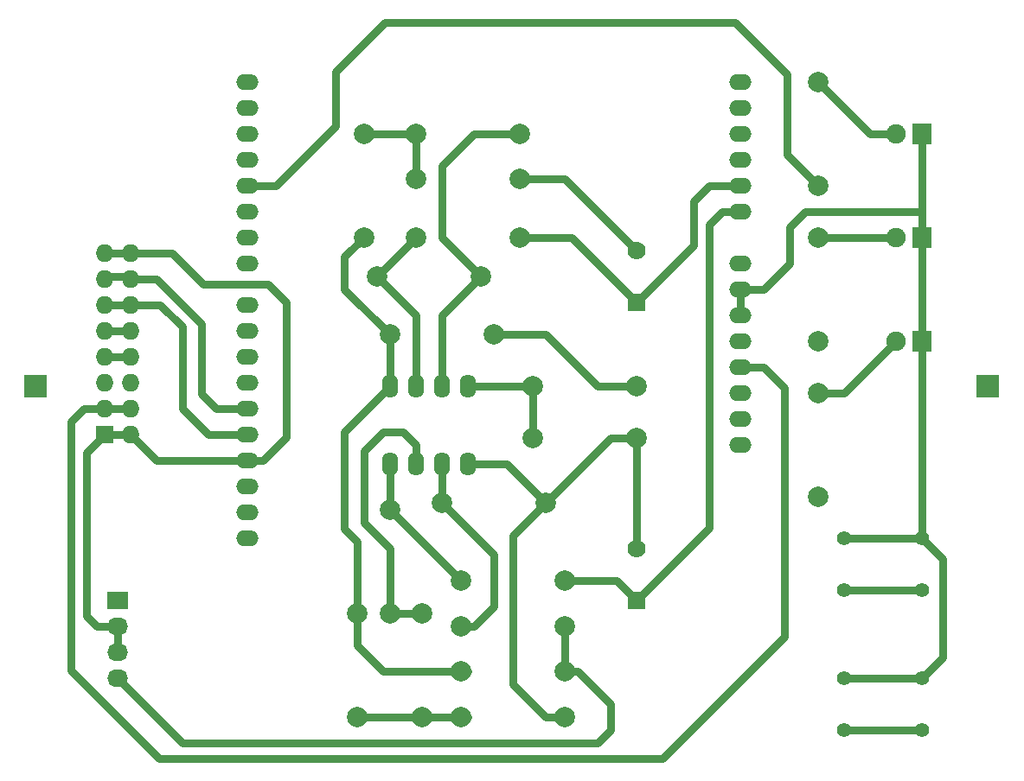
<source format=gbr>
G04 #@! TF.FileFunction,Copper,L2,Bot,Signal*
%FSLAX46Y46*%
G04 Gerber Fmt 4.6, Leading zero omitted, Abs format (unit mm)*
G04 Created by KiCad (PCBNEW 4.0.1-3.201512161002+6197~38~ubuntu14.04.1-stable) date Qui 28 Jan 2016 15:35:45 BRST*
%MOMM*%
G01*
G04 APERTURE LIST*
%ADD10C,0.100000*%
%ADD11R,1.778000X1.778000*%
%ADD12C,1.778000*%
%ADD13R,1.900000X2.000000*%
%ADD14C,1.900000*%
%ADD15O,2.199640X1.524000*%
%ADD16O,2.197100X1.524000*%
%ADD17R,2.032000X1.727200*%
%ADD18O,2.032000X1.727200*%
%ADD19O,1.600000X2.300000*%
%ADD20R,1.727200X1.727200*%
%ADD21O,1.727200X1.727200*%
%ADD22C,1.998980*%
%ADD23C,1.397000*%
%ADD24R,2.235200X2.235200*%
%ADD25C,0.800000*%
G04 APERTURE END LIST*
D10*
D11*
X63881000Y21844000D03*
D12*
X63881000Y26924000D03*
D11*
X63881000Y51054000D03*
D12*
X63881000Y56134000D03*
D13*
X91821000Y47244000D03*
D14*
X89281000Y47244000D03*
D13*
X91821000Y57404000D03*
D14*
X89281000Y57404000D03*
D13*
X91821000Y67564000D03*
D14*
X89281000Y67564000D03*
D15*
X74041000Y37084000D03*
X74041000Y39624000D03*
X74041000Y42164000D03*
X74041000Y44704000D03*
X74041000Y47244000D03*
X74041000Y49784000D03*
X74041000Y52324000D03*
X74041000Y54864000D03*
X74041000Y59944000D03*
X74041000Y62484000D03*
X74041000Y65024000D03*
X74041000Y67564000D03*
X74041000Y70104000D03*
X74041000Y72644000D03*
D16*
X25781000Y72644000D03*
X25781000Y70104000D03*
X25781000Y67564000D03*
X25781000Y65024000D03*
X25781000Y62484000D03*
X25781000Y59944000D03*
X25781000Y57404000D03*
X25781000Y54864000D03*
X25781000Y50800000D03*
X25781000Y48260000D03*
X25781000Y45720000D03*
X25781000Y43180000D03*
X25781000Y40640000D03*
X25781000Y38100000D03*
X25781000Y35560000D03*
X25781000Y33022540D03*
X25781000Y30480000D03*
X25781000Y27940000D03*
D17*
X13081000Y21844000D03*
D18*
X13081000Y19304000D03*
X13081000Y16764000D03*
X13081000Y14224000D03*
D19*
X39751000Y35179000D03*
X42291000Y35179000D03*
X44831000Y35179000D03*
X47371000Y35179000D03*
X47371000Y42799000D03*
X44831000Y42799000D03*
X42291000Y42799000D03*
X39751000Y42799000D03*
D20*
X11811000Y38100000D03*
D21*
X14351000Y38100000D03*
X11811000Y40640000D03*
X14351000Y40640000D03*
X11811000Y43180000D03*
X14351000Y43180000D03*
X11811000Y45720000D03*
X14351000Y45720000D03*
X11811000Y48260000D03*
X14351000Y48260000D03*
X11811000Y50800000D03*
X14351000Y50800000D03*
X11811000Y53340000D03*
X14351000Y53340000D03*
X11811000Y55880000D03*
X14351000Y55880000D03*
D22*
X36576000Y20574000D03*
X36576000Y10414000D03*
X46736000Y10414000D03*
X56896000Y10414000D03*
X42926000Y20574000D03*
X42926000Y10414000D03*
X46736000Y19304000D03*
X56896000Y19304000D03*
X46736000Y14859000D03*
X56896000Y14859000D03*
X46736000Y23749000D03*
X56896000Y23749000D03*
X39751000Y30734000D03*
X39751000Y20574000D03*
X54991000Y31369000D03*
X44831000Y31369000D03*
X52451000Y67564000D03*
X42291000Y67564000D03*
X37211000Y57404000D03*
X37211000Y67564000D03*
X42291000Y63119000D03*
X52451000Y63119000D03*
X53721000Y37719000D03*
X63881000Y37719000D03*
X42291000Y57404000D03*
X52451000Y57404000D03*
X39751000Y47879000D03*
X49911000Y47879000D03*
X48641000Y53594000D03*
X38481000Y53594000D03*
X53721000Y42799000D03*
X63881000Y42799000D03*
X81661000Y42164000D03*
X81661000Y32004000D03*
X81661000Y57404000D03*
X81661000Y47244000D03*
X81661000Y72644000D03*
X81661000Y62484000D03*
D23*
X84201000Y9144000D03*
X84201000Y14224000D03*
X91821000Y9144000D03*
X91821000Y14224000D03*
X84201000Y22860000D03*
X84201000Y27940000D03*
X91821000Y22860000D03*
X91821000Y27940000D03*
D24*
X5080000Y42799000D03*
X98298000Y42799000D03*
D25*
X61976000Y23749000D02*
X63881000Y21844000D01*
X56896000Y23749000D02*
X61976000Y23749000D01*
X72263000Y59944000D02*
X70993000Y58674000D01*
X70993000Y58674000D02*
X70993000Y28956000D01*
X70993000Y28956000D02*
X63881000Y21844000D01*
X74041000Y59944000D02*
X72263000Y59944000D01*
X51181000Y35179000D02*
X54991000Y31369000D01*
X47371000Y35179000D02*
X51181000Y35179000D01*
X54991000Y10414000D02*
X51816000Y13589000D01*
X51816000Y13589000D02*
X51816000Y28194000D01*
X51816000Y28194000D02*
X54991000Y31369000D01*
X56896000Y10414000D02*
X54991000Y10414000D01*
X56896000Y63119000D02*
X63881000Y56134000D01*
X52451000Y63119000D02*
X56896000Y63119000D01*
X61341000Y37719000D02*
X63881000Y37719000D01*
X54991000Y31369000D02*
X61341000Y37719000D01*
X13081000Y19304000D02*
X13081000Y16764000D01*
X11811000Y55880000D02*
X14351000Y55880000D01*
X11811000Y38100000D02*
X14351000Y38100000D01*
X91821000Y47244000D02*
X91821000Y57404000D01*
X91821000Y59944000D02*
X91821000Y57404000D01*
X91821000Y67564000D02*
X91821000Y59944000D01*
X16891000Y35560000D02*
X14351000Y38100000D01*
X25781000Y35560000D02*
X16891000Y35560000D01*
X11049000Y19304000D02*
X10033000Y20320000D01*
X10033000Y20320000D02*
X10033000Y36322000D01*
X10033000Y36322000D02*
X11811000Y38100000D01*
X13081000Y19304000D02*
X11049000Y19304000D01*
X76327000Y52324000D02*
X78867000Y54864000D01*
X78867000Y54864000D02*
X78867000Y58420000D01*
X78867000Y58420000D02*
X80391000Y59944000D01*
X80391000Y59944000D02*
X91821000Y59944000D01*
X74041000Y52324000D02*
X76327000Y52324000D01*
X84201000Y27940000D02*
X91821000Y27940000D01*
X91821000Y14224000D02*
X84201000Y14224000D01*
X63881000Y26924000D02*
X63881000Y37719000D01*
X93853000Y25908000D02*
X93853000Y16256000D01*
X93853000Y16256000D02*
X91821000Y14224000D01*
X91821000Y27940000D02*
X93853000Y25908000D01*
X91821000Y27940000D02*
X91821000Y47244000D01*
X74041000Y52324000D02*
X74041000Y49784000D01*
X27305000Y35560000D02*
X29591000Y37846000D01*
X29591000Y37846000D02*
X29591000Y51054000D01*
X29591000Y51054000D02*
X27813000Y52832000D01*
X27813000Y52832000D02*
X21463000Y52832000D01*
X21463000Y52832000D02*
X18415000Y55880000D01*
X18415000Y55880000D02*
X14351000Y55880000D01*
X25781000Y35560000D02*
X27305000Y35560000D01*
X57531000Y57404000D02*
X63881000Y51054000D01*
X52451000Y57404000D02*
X57531000Y57404000D01*
X69469000Y56642000D02*
X69469000Y60960000D01*
X69469000Y60960000D02*
X70993000Y62484000D01*
X70993000Y62484000D02*
X74041000Y62484000D01*
X63881000Y51054000D02*
X69469000Y56642000D01*
X84201000Y42164000D02*
X89281000Y47244000D01*
X81661000Y42164000D02*
X84201000Y42164000D01*
X89281000Y57404000D02*
X81661000Y57404000D01*
X86741000Y67564000D02*
X81661000Y72644000D01*
X89281000Y67564000D02*
X86741000Y67564000D01*
X14351000Y40640000D02*
X11811000Y40640000D01*
X9779000Y40640000D02*
X8509000Y39370000D01*
X8509000Y39370000D02*
X8509000Y14986000D01*
X8509000Y14986000D02*
X17145000Y6350000D01*
X17145000Y6350000D02*
X66421000Y6350000D01*
X66421000Y6350000D02*
X78359000Y18288000D01*
X78359000Y18288000D02*
X78359000Y42672000D01*
X78359000Y42672000D02*
X76327000Y44704000D01*
X76327000Y44704000D02*
X74041000Y44704000D01*
X11811000Y40640000D02*
X9779000Y40640000D01*
X36576000Y17399000D02*
X36576000Y20574000D01*
X39116000Y14859000D02*
X36576000Y17399000D01*
X47371000Y14859000D02*
X39116000Y14859000D01*
X39751000Y42799000D02*
X39751000Y47879000D01*
X39751000Y47879000D02*
X39751000Y48514000D01*
X35306000Y52324000D02*
X35306000Y55499000D01*
X35306000Y55499000D02*
X37211000Y57404000D01*
X39751000Y47879000D02*
X35306000Y52324000D01*
X35306000Y38354000D02*
X39751000Y42799000D01*
X35306000Y28829000D02*
X35306000Y38354000D01*
X36576000Y27559000D02*
X35306000Y28829000D01*
X36576000Y20574000D02*
X36576000Y27559000D01*
X91821000Y22860000D02*
X84201000Y22860000D01*
X91821000Y9144000D02*
X84201000Y9144000D01*
X28575000Y62484000D02*
X34417000Y68326000D01*
X34417000Y68326000D02*
X34417000Y73660000D01*
X34417000Y73660000D02*
X39243000Y78486000D01*
X39243000Y78486000D02*
X73533000Y78486000D01*
X73533000Y78486000D02*
X78613000Y73406000D01*
X78613000Y73406000D02*
X78613000Y65532000D01*
X78613000Y65532000D02*
X81661000Y62484000D01*
X25781000Y62484000D02*
X28575000Y62484000D01*
X25527000Y45974000D02*
X25781000Y45720000D01*
X11811000Y45720000D02*
X14351000Y45720000D01*
X11811000Y48260000D02*
X14351000Y48260000D01*
X24765000Y40640000D02*
X25781000Y40640000D01*
X11811000Y53594000D02*
X14351000Y53594000D01*
X24257000Y40640000D02*
X25781000Y40640000D01*
X16891000Y53340000D02*
X21336000Y48895000D01*
X14351000Y53340000D02*
X16891000Y53340000D01*
X21336000Y43561000D02*
X21336000Y48895000D01*
X21336000Y42037000D02*
X22733000Y40640000D01*
X22733000Y40640000D02*
X24257000Y40640000D01*
X21336000Y43561000D02*
X21336000Y42037000D01*
X24765000Y38100000D02*
X25781000Y38100000D01*
X11811000Y50800000D02*
X14351000Y50800000D01*
X24003000Y38100000D02*
X25781000Y38100000D01*
X17268998Y50800000D02*
X19431000Y48637998D01*
X14351000Y50800000D02*
X17268998Y50800000D01*
X19431000Y42672000D02*
X19431000Y48637998D01*
X19431000Y42672000D02*
X19431000Y48637998D01*
X19431000Y40640000D02*
X21971000Y38100000D01*
X21971000Y38100000D02*
X24003000Y38100000D01*
X19431000Y42672000D02*
X19431000Y40640000D01*
X54991000Y47879000D02*
X60071000Y42799000D01*
X60071000Y42799000D02*
X63881000Y42799000D01*
X49911000Y47879000D02*
X54991000Y47879000D01*
X56896000Y14859000D02*
X56896000Y19304000D01*
X56896000Y19304000D02*
X56261000Y19304000D01*
X58166000Y14859000D02*
X61341000Y11684000D01*
X61341000Y11684000D02*
X61341000Y9144000D01*
X61341000Y9144000D02*
X60071000Y7874000D01*
X60071000Y7874000D02*
X19431000Y7874000D01*
X19431000Y7874000D02*
X13081000Y14224000D01*
X56896000Y14859000D02*
X58166000Y14859000D01*
X39751000Y30734000D02*
X39751000Y35179000D01*
X46736000Y23749000D02*
X39751000Y30734000D01*
X39751000Y20574000D02*
X42926000Y20574000D01*
X39751000Y26924000D02*
X37211000Y29464000D01*
X37211000Y29464000D02*
X37211000Y36449000D01*
X37211000Y36449000D02*
X39116000Y38354000D01*
X39116000Y38354000D02*
X41021000Y38354000D01*
X41021000Y38354000D02*
X42291000Y37084000D01*
X42291000Y37084000D02*
X42291000Y35179000D01*
X39751000Y20574000D02*
X39751000Y26924000D01*
X44831000Y31369000D02*
X44831000Y35179000D01*
X48006000Y19304000D02*
X49911000Y21209000D01*
X49911000Y21209000D02*
X49911000Y26289000D01*
X49911000Y26289000D02*
X44831000Y31369000D01*
X46736000Y19304000D02*
X48006000Y19304000D01*
X54356000Y42799000D02*
X53721000Y42799000D01*
X47371000Y42799000D02*
X54356000Y42799000D01*
X53721000Y42799000D02*
X53721000Y37719000D01*
X44831000Y49784000D02*
X48641000Y53594000D01*
X44831000Y42799000D02*
X44831000Y49784000D01*
X48006000Y67564000D02*
X44831000Y64389000D01*
X44831000Y64389000D02*
X44831000Y57404000D01*
X44831000Y57404000D02*
X48641000Y53594000D01*
X52451000Y67564000D02*
X48006000Y67564000D01*
X42291000Y49784000D02*
X38481000Y53594000D01*
X42291000Y42799000D02*
X42291000Y49784000D01*
X38481000Y53594000D02*
X42291000Y57404000D01*
X36576000Y10414000D02*
X42926000Y10414000D01*
X47371000Y10414000D02*
X42926000Y10414000D01*
X37211000Y67564000D02*
X42291000Y67564000D01*
X42291000Y63119000D02*
X42291000Y67564000D01*
M02*

</source>
